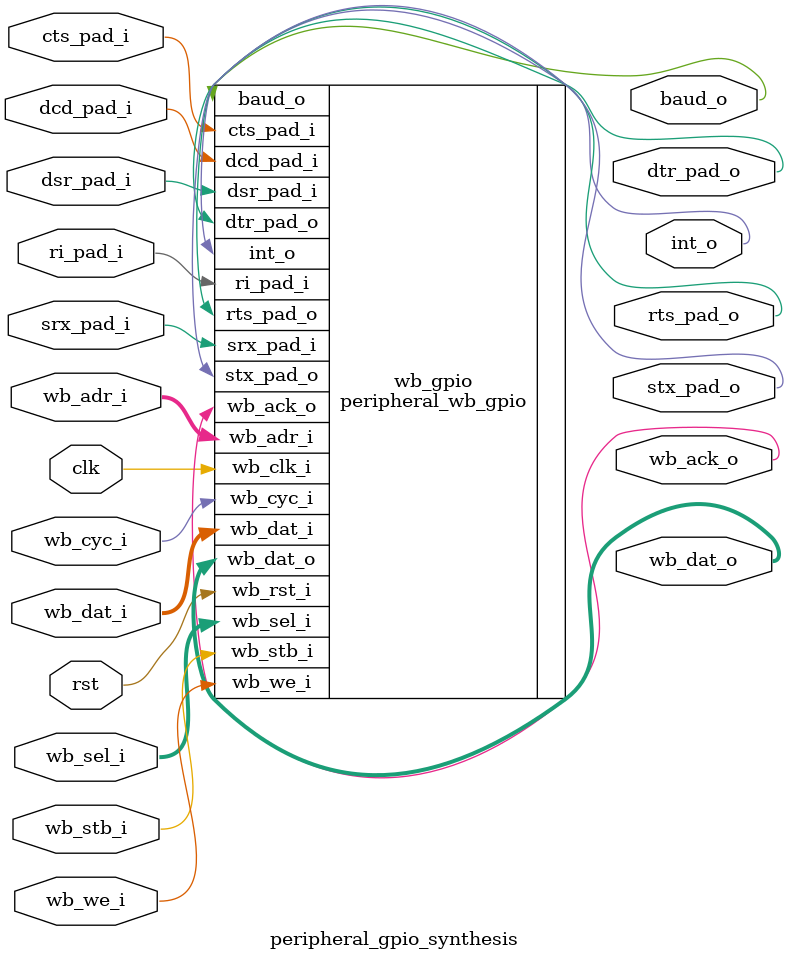
<source format=sv>

/* Copyright (c) 2018-2019 by the author(s)
 *
 * Permission is hereby granted, free of charge, to any person obtaining a copy
 * of this software and associated documentation files (the "Software"), to deal
 * in the Software without restriction, including without limitation the rights
 * to use, copy, modify, merge, publish, distribute, sublicense, and/or sell
 * copies of the Software, and to permit persons to whom the Software is
 * furnished to do so, subject to the following conditions:
 *
 * The above copyright notice and this permission notice shall be included in
 * all copies or substantial portions of the Software.
 *
 * THE SOFTWARE IS PROVIDED "AS IS", WITHOUT WARRANTY OF ANY KIND, EXPRESS OR
 * IMPLIED, INCLUDING BUT NOT LIMITED TO THE WARRANTIES OF MERCHANTABILITY,
 * FITNESS FOR A PARTICULAR PURPOSE AND NONINFRINGEMENT. IN NO EVENT SHALL THE
 * AUTHORS OR COPYRIGHT HOLDERS BE LIABLE FOR ANY CLAIM, DAMAGES OR OTHER
 * LIABILITY, WHETHER IN AN ACTION OF CONTRACT, TORT OR OTHERWISE, ARISING FROM,
 * OUT OF OR IN CONNECTION WITH THE SOFTWARE OR THE USE OR OTHER DEALINGS IN
 * THE SOFTWARE.
 *
 * =============================================================================
 * Author(s):
 *   Paco Reina Campo <pacoreinacampo@queenfield.tech>
 */

module peripheral_gpio_synthesis #(
  parameter SIM   = 0,
  parameter DEBUG = 0
) (
  input clk,
  input rst,

  // WISHBONE interface
  input  [2:0] wb_adr_i,
  input  [7:0] wb_dat_i,
  output [7:0] wb_dat_o,
  input        wb_we_i,
  input        wb_stb_i,
  input        wb_cyc_i,
  input  [3:0] wb_sel_i,
  output       wb_ack_o,
  output       int_o,

  // UART signals
  input  srx_pad_i,
  output stx_pad_o,
  output rts_pad_o,
  input  cts_pad_i,
  output dtr_pad_o,
  input  dsr_pad_i,
  input  ri_pad_i,
  input  dcd_pad_i,

  // optional baudrate output
  output baud_o
);

  //////////////////////////////////////////////////////////////////
  //
  // Module Body
  //

  //DUT WB
  peripheral_wb_gpio #(
    .SIM  (SIM),
    .DEBUG(DEBUG)
  ) wb_gpio (
    .wb_clk_i(clk),
    .wb_rst_i(rst),

    // WISHBONE interface
    .wb_adr_i(wb_adr_i),
    .wb_dat_i(wb_dat_i),
    .wb_dat_o(wb_dat_o),
    .wb_we_i (wb_we_i),
    .wb_stb_i(wb_stb_i),
    .wb_cyc_i(wb_cyc_i),
    .wb_sel_i(wb_sel_i),
    .wb_ack_o(wb_ack_o),
    .int_o   (int_o),

    // UART  signals
    .srx_pad_i(srx_pad_i),
    .stx_pad_o(stx_pad_o),
    .rts_pad_o(rts_pad_o),
    .cts_pad_i(cts_pad_i),
    .dtr_pad_o(dtr_pad_o),
    .dsr_pad_i(dsr_pad_i),
    .ri_pad_i (ri_pad_i),
    .dcd_pad_i(dcd_pad_i),

    // optional baudrate output
    .baud_o(baud_o)
  );
endmodule

</source>
